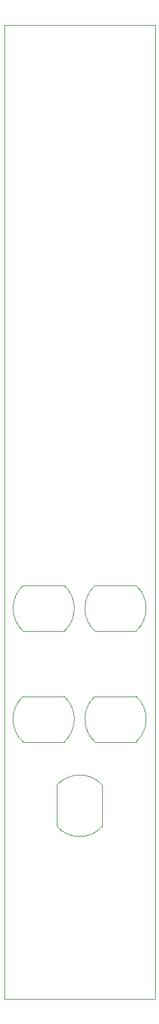
<source format=gbr>
G04 #@! TF.GenerationSoftware,KiCad,Pcbnew,(5.1.10)-1*
G04 #@! TF.CreationDate,2021-05-24T09:52:05+02:00*
G04 #@! TF.ProjectId,4CH Mixer Front,34434820-4d69-4786-9572-2046726f6e74,rev?*
G04 #@! TF.SameCoordinates,Original*
G04 #@! TF.FileFunction,Profile,NP*
%FSLAX46Y46*%
G04 Gerber Fmt 4.6, Leading zero omitted, Abs format (unit mm)*
G04 Created by KiCad (PCBNEW (5.1.10)-1) date 2021-05-24 09:52:05*
%MOMM*%
%LPD*%
G01*
G04 APERTURE LIST*
G04 #@! TA.AperFunction,Profile*
%ADD10C,0.100000*%
G04 #@! TD*
G04 APERTURE END LIST*
D10*
G04 #@! TO.C,REF\u002A\u002A*
X12999999Y-105724981D02*
G75*
G02*
X7000001Y-105724981I-2999999J2739981D01*
G01*
X7000001Y-100245019D02*
G75*
G02*
X12999999Y-100245019I2999999J-2739981D01*
G01*
X13000000Y-105724982D02*
X13000000Y-100245018D01*
X7000000Y-105724982D02*
X7000000Y-100245018D01*
X12022519Y-94554999D02*
G75*
G02*
X12022519Y-88555001I2739981J2999999D01*
G01*
X17502481Y-88555001D02*
G75*
G02*
X17502481Y-94554999I-2739981J-2999999D01*
G01*
X12022518Y-94555000D02*
X17502482Y-94555000D01*
X12022518Y-88555000D02*
X17502482Y-88555000D01*
X2497519Y-94554999D02*
G75*
G02*
X2497519Y-88555001I2739981J2999999D01*
G01*
X7977481Y-88555001D02*
G75*
G02*
X7977481Y-94554999I-2739981J-2999999D01*
G01*
X2497518Y-94555000D02*
X7977482Y-94555000D01*
X2497518Y-88555000D02*
X7977482Y-88555000D01*
X12022519Y-79949999D02*
G75*
G02*
X12022519Y-73950001I2739981J2999999D01*
G01*
X17502481Y-73950001D02*
G75*
G02*
X17502481Y-79949999I-2739981J-2999999D01*
G01*
X12022518Y-79950000D02*
X17502482Y-79950000D01*
X12022518Y-73950000D02*
X17502482Y-73950000D01*
X2497519Y-79949999D02*
G75*
G02*
X2497519Y-73950001I2739981J2999999D01*
G01*
X7977481Y-73950001D02*
G75*
G02*
X7977481Y-79949999I-2739981J-2999999D01*
G01*
X2497518Y-79950000D02*
X7977482Y-79950000D01*
X2497518Y-73950000D02*
X7977482Y-73950000D01*
X0Y0D02*
X20000000Y0D01*
X20000000Y0D02*
X20000000Y-128500000D01*
X0Y-128500000D02*
X20000000Y-128500000D01*
X0Y-128500000D02*
X0Y0D01*
G04 #@! TD*
M02*

</source>
